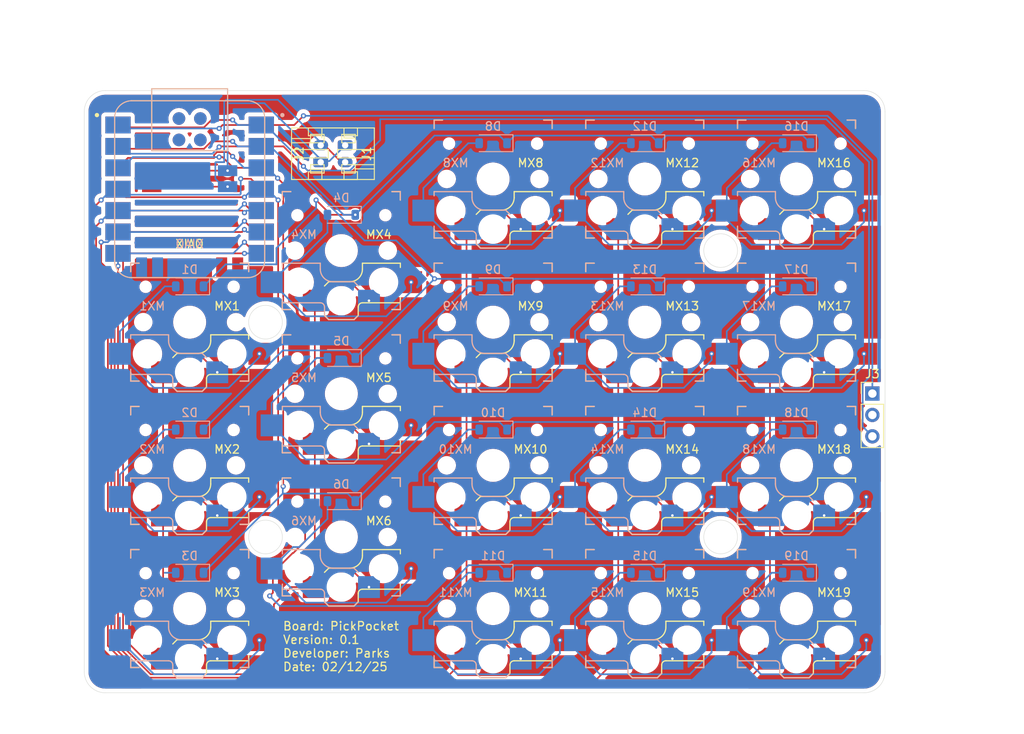
<source format=kicad_pcb>
(kicad_pcb (version 20240108) (generator "pcbnew") (generator_version "8.0")
  (layers (0 "F.Cu" signal) (31 "B.Cu" signal) (34 "B.Paste" user) (35 "F.Paste" user) (36 "B.SilkS" user "B.Silkscreen") (37 "F.SilkS" user "F.Silkscreen") (38 "B.Mask" user) (39 "F.Mask" user) (44 "Edge.Cuts" user))
  (net 0 "")
  (net 1 "Net-(D1-A)")
  (net 2 "/Row0")
  (net 3 "Net-(D2-A)")
  (net 4 "/Row1")
  (net 5 "Net-(D3-A)")
  (net 6 "/Row2")
  (net 7 "Net-(D4-A)")
  (net 8 "Net-(D5-A)")
  (net 9 "Net-(D6-A)")
  (net 10 "Net-(D8-A)")
  (net 11 "Net-(D9-A)")
  (net 12 "Net-(D10-A)")
  (net 14 "Net-(D11-A)")
  (net 15 "Net-(D12-A)")
  (net 16 "Net-(D13-A)")
  (net 17 "Net-(D14-A)")
  (net 18 "Net-(D15-A)")
  (net 19 "Net-(D16-A)")
  (net 20 "Net-(D17-A)")
  (net 21 "Net-(D18-A)")
  (net 22 "Net-(D19-A)")
  (net 23 "+5V")
  (net 24 "GND")
  (net 25 "/Bat-")
  (net 26 "/Bat+")
  (net 27 "/Col0")
  (net 28 "/Col1")
  (net 29 "/Col2")
  (net 30 "/Col3")
  (net 31 "/Col4")
  (net 36 "/Row3")
  (net 39 "/temp1")
  (net 40 "/temp2")
  (net 41 "+3.3V")
  (footprint "Connector_PinHeader_2.54mm:PinHeader_1x03_P2.54mm_Vertical" (layer "F.Cu") (at 117 59.475)
    (property "Reference" "J3")
    (property "Value" "Conn_01x03")
  )
  (footprint "keyswitches:Kailh_socket_PG1350_reversible" (layer "F.Cu") (at 54 59.5)
    (property "Reference" "MX5")
    (property "Value" "MX-NoLED")
  )
  (footprint "keyswitches:Kailh_socket_PG1350_reversible" (layer "F.Cu") (at 90 85)
    (property "Reference" "MX15")
    (property "Value" "MX-NoLED")
  )
  (footprint "keyswitches:Kailh_socket_PG1350_reversible" (layer "F.Cu") (at 36 68)
    (property "Reference" "MX2")
    (property "Value" "MX-NoLED")
  )
  (footprint "Seeed Studio XIAO Series Library:XIAO-nRF52840-Sense-14P-2.54-21X17.8MM" (layer "F.Cu") (at 36 35.212015)
    (property "Reference" "U2" (hide yes))
    (property "Value" "Seeed Studio XIAO nRF52840" (hide yes))
  )
  (footprint "keyswitches:Kailh_socket_PG1350_reversible" (layer "F.Cu") (at 72 68)
    (property "Reference" "MX10")
    (property "Value" "MX-NoLED")
  )
  (footprint "keyswitches:Kailh_socket_PG1350_reversible" (layer "F.Cu") (at 72 34)
    (property "Reference" "MX8")
    (property "Value" "MX-NoLED")
  )
  (footprint "Connector_JST:JST_PH_S2B-PH-K_1x02_P2.00mm_Horizontal" (layer "F.Cu") (at 54.45 30 -90)
    (property "Reference" "J1")
    (property "Value" "Conn_01x02")
  )
  (footprint "keyswitches:Kailh_socket_PG1350_reversible" (layer "F.Cu") (at 90 51)
    (property "Reference" "MX13")
    (property "Value" "MX-NoLED")
  )
  (footprint "keyswitches:Kailh_socket_PG1350_reversible" (layer "F.Cu") (at 36 51)
    (property "Reference" "MX1")
    (property "Value" "MX-NoLED")
  )
  (footprint "keyswitches:Kailh_socket_PG1350_reversible" (layer "F.Cu") (at 54 76.5)
    (property "Reference" "MX6")
    (property "Value" "MX-NoLED")
  )
  (footprint "keyswitches:Kailh_socket_PG1350_reversible" (layer "F.Cu") (at 108 68)
    (property "Reference" "MX18")
    (property "Value" "MX-NoLED")
  )
  (footprint "keyswitches:Kailh_socket_PG1350_reversible" (layer "F.Cu") (at 90 68)
    (property "Reference" "MX14")
    (property "Value" "MX-NoLED")
  )
  (footprint "keyswitches:Kailh_socket_PG1350_reversible" (layer "F.Cu") (at 72 51)
    (property "Reference" "MX9")
    (property "Value" "MX-NoLED")
  )
  (footprint "keyswitches:Kailh_socket_PG1350_reversible" (layer "F.Cu") (at 72 85)
    (property "Reference" "MX11")
    (property "Value" "MX-NoLED")
  )
  (footprint "keyswitches:Kailh_socket_PG1350_reversible" (layer "F.Cu") (at 108 34)
    (property "Reference" "MX16")
    (property "Value" "MX-NoLED")
  )
  (footprint "keyswitches:Kailh_socket_PG1350_reversible" (layer "F.Cu") (at 36 85)
    (property "Reference" "MX3")
    (property "Value" "MX-NoLED")
  )
  (footprint "keyswitches:Kailh_socket_PG1350_reversible" (layer "F.Cu") (at 90 34)
    (property "Reference" "MX12")
    (property "Value" "MX-NoLED")
  )
  (footprint "keyswitches:Kailh_socket_PG1350_reversible" (layer "F.Cu") (at 54 42.5)
    (property "Reference" "MX4")
    (property "Value" "MX-NoLED")
  )
  (footprint "keyswitches:Kailh_socket_PG1350_reversible" (layer "F.Cu") (at 108 51)
    (property "Reference" "MX17")
    (property "Value" "MX-NoLED")
  )
  (footprint "keyswitches:Kailh_socket_PG1350_reversible" (layer "F.Cu") (at 108 85)
    (property "Reference" "MX19")
    (property "Value" "MX-NoLED")
  )
  (footprint "Connector_JST:JST_PH_S2B-PH-K_1x02_P2.00mm_Horizontal" (layer "F.Cu") (at 51.55 32 90)
    (property "Reference" "J2")
    (property "Value" "Conn_01x02")
  )
  (footprint "Diode_SMD:D_SOD-123" (layer "B.Cu") (at 72 80.75 180)
    (property "Reference" "D11")
    (property "Value" "D_Small")
  )
  (footprint "Diode_SMD:D_SOD-123" (layer "B.Cu") (at 72 63.75 180)
    (property "Reference" "D10")
    (property "Value" "D_Small")
  )
  (footprint "Diode_SMD:D_SOD-123" (layer "B.Cu") (at 36 63.75 180)
    (property "Reference" "D2")
    (property "Value" "D_Small")
  )
  (footprint "Diode_SMD:D_SOD-123" (layer "B.Cu") (at 90 46.75 180)
    (property "Reference" "D13")
    (property "Value" "D_Small")
  )
  (footprint "Diode_SMD:D_SOD-123" (layer "B.Cu") (at 108 80.75 180)
    (property "Reference" "D19")
    (property "Value" "D_Small")
  )
  (footprint "Seeed Studio XIAO Series Library:XIAO-nRF52840-Sense-14P-2.54-21X17.8MM" (layer "B.Cu") (at 36 35.212015 180)
    (property "Reference" "U1" (hide yes))
    (property "Value" "Seeed Studio XIAO nRF52840" (hide yes))
  )
  (footprint "Diode_SMD:D_SOD-123" (layer "B.Cu") (at 108 29.75 180)
    (property "Reference" "D16")
    (property "Value" "D_Small")
  )
  (footprint "Diode_SMD:D_SOD-123" (layer "B.Cu") (at 54 55.25 180)
    (property "Reference" "D5")
    (property "Value" "D_Small")
  )
  (footprint "Diode_SMD:D_SOD-123" (layer "B.Cu") (at 90 29.75 180)
    (property "Reference" "D12")
    (property "Value" "D_Small")
  )
  (footprint "Diode_SMD:D_SOD-123" (layer "B.Cu") (at 90 80.75 180)
    (property "Reference" "D15")
    (property "Value" "D_Small")
  )
  (footprint "Diode_SMD:D_SOD-123" (layer "B.Cu") (at 90 63.75 180)
    (property "Reference" "D14")
    (property "Value" "D_Small")
  )
  (footprint "Diode_SMD:D_SOD-123" (layer "B.Cu") (at 36 46.75 180)
    (property "Reference" "D1")
    (property "Value" "D_Small")
  )
  (footprint "Diode_SMD:D_SOD-123" (layer "B.Cu") (at 72 29.75 180)
    (property "Reference" "D8")
    (property "Value" "D_Small")
  )
  (footprint "Diode_SMD:D_SOD-123" (layer "B.Cu") (at 108 63.75 180)
    (property "Reference" "D18")
    (property "Value" "D_Small")
  )
  (footprint "Diode_SMD:D_SOD-123" (layer "B.Cu") (at 54 72.25 180)
    (property "Reference" "D6")
    (property "Value" "D_Small")
  )
  (footprint "Diode_SMD:D_SOD-123" (layer "B.Cu") (at 54 38.25 180)
    (property "Reference" "D4")
    (property "Value" "D_Small")
  )
  (footprint "Diode_SMD:D_SOD-123" (layer "B.Cu") (at 36 80.75 180)
    (property "Reference" "D3")
    (property "Value" "D_Small")
  )
  (footprint "Diode_SMD:D_SOD-123" (layer "B.Cu") (at 72 46.75 180)
    (property "Reference" "D9")
    (property "Value" "D_Small")
  )
  (footprint "Diode_SMD:D_SOD-123" (layer "B.Cu") (at 108 46.75 180)
    (property "Reference" "D17")
    (property "Value" "D_Small")
  )
  (gr_arc (start 118.5 92.5) (mid 117.767767 94.267767) (end 116 95) (stroke (width 0.05)) (layer "Edge.Cuts"))
  (gr_circle (center 99 42.5) (end 101 42.5) (stroke (width 0.05)) (fill none) (layer "Edge.Cuts"))
  (gr_arc (start 116 23.5) (mid 117.767767 24.232233) (end 118.5 26) (stroke (width 0.05)) (layer "Edge.Cuts"))
  (gr_arc (start 26 95) (mid 24.232233 94.267767) (end 23.5 92.5) (stroke (width 0.05)) (layer "Edge.Cuts"))
  (gr_circle (center 45 51) (end 47 51) (stroke (width 0.05)) (fill none) (layer "Edge.Cuts"))
  (gr_line (start 116 23.5) (end 26 23.5) (stroke (width 0.05)) (layer "Edge.Cuts"))
  (gr_arc (start 23.5 26) (mid 24.232233 24.232233) (end 26 23.5) (stroke (width 0.05)) (layer "Edge.Cuts"))
  (gr_circle (center 99 76.5) (end 101 76.5) (stroke (width 0.05)) (fill none) (layer "Edge.Cuts"))
  (gr_circle (center 45 76.5) (end 47 76.5) (stroke (width 0.05)) (fill none) (layer "Edge.Cuts"))
  (gr_line (start 116 95) (end 26 95) (stroke (width 0.05)) (layer "Edge.Cuts"))
  (gr_line (start 23.5 92.5) (end 23.5 26) (stroke (width 0.05)) (layer "Edge.Cuts"))
  (gr_line (start 118.5 26) (end 118.5 92.5) (stroke (width 0.05)) (layer "Edge.Cuts"))
  (gr_text "Board: PickPocket\nVersion: 0.1\nDeveloper: Parks\nDate: 02/12/25" (at 47 92.5 0) (layer "F.SilkS") (effects (font (size 1 1)) (justify left bottom)))
  (via (at 44.275 54.75) (size 0.6) (drill 0.3) (layers "F.Cu" "B.Cu") (net 1))
  (segment (start 40.625 58.8) (end 44.275 55.15) (width 0.2) (layer "B.Cu") (net 1))
  (segment (start 27.725 52.076671) (end 33.051671 46.75) (width 0.2) (layer "B.Cu") (net 1))
  (segment (start 31.775 58.8) (end 40.625 58.8) (width 0.2) (layer "B.Cu") (net 1))
  (segment (start 33.051671 46.75) (end 34.35 46.75) (width 0.2) (layer "B.Cu") (net 1))
  (segment (start 44.275 55.15) (end 44.275 54.75) (width 0.2) (layer "B.Cu") (net 1))
  (segment (start 27.725 54.75) (end 27.725 52.076671) (width 0.2) (layer "B.Cu") (net 1))
  (segment (start 27.725 54.75) (end 31.775 58.8) (width 0.2) (layer "B.Cu") (net 1))
  (segment (start 38.584925 26.992015) (end 37.704925 27.872015) (width 0.2) (layer "F.Cu") (net 2))
  (segment (start 51 36.5) (end 52.75 38.25) (width 0.2) (layer "F.Cu") (net 2))
  (segment (start 37.704925 27.872015) (end 27.78 27.872015) (width 0.2) (layer "F.Cu") (net 2))
  (segment (start 27.78 27.872015) (end 27.5 27.592015) (width 0.2) (layer "F.Cu") (net 2))
  (segment (start 41.1 26.992015) (end 38.584925 26.992015) (width 0.2) (layer "F.Cu") (net 2))
  (segment (start 52.75 38.25) (end 55.65 38.25) (width 0.2) (layer "F.Cu") (net 2))
  (via (at 41.1 26.992015) (size 0.6) (drill 0.3) (layers "F.Cu" "B.Cu") (net 2))
  (via (at 55.65 38.25) (size 0.6) (drill 0.3) (layers "F.Cu" "B.Cu") (net 2))
  (via (at 51 36.5) (size 0.6) (drill 0.3) (layers "F.Cu" "B.Cu") (net 2))
  (segment (start 74.55 28.85) (end 73.65 29.75) (width 0.2) (layer "B.Cu") (net 2))
  (segment (start 46.3 44.132015) (end 46.3 42.2) (width 0.2) (layer "B.Cu") (net 2))
  (segment (start 46.3 42.2) (end 51 37.5) (width 0.2) (layer "B.Cu") (net 2))
  (segment (start 48.9 31.492015) (end 48.9 32.885618) (width 0.2) (layer "B.Cu") (net 2))
  (segment (start 44.5 27.592015) (end 41.7 27.592015) (width 0.2) (layer "B.Cu") (net 2))
  (segment (start 41.7 27.592015) (end 41.1 26.992015) (width 0.2) (layer "B.Cu") (net 2))
  (segment (start 65.05 28.85) (end 55.65 38.25) (width 0.2) (layer "B.Cu") (net 2))
  (segment (start 44.5 27.592015) (end 45 27.592015) (width 0.2) (layer "B.Cu") (net 2))
  (segment (start 108.75 28.85) (end 92.55 28.85) (width 0.2) (layer "B.Cu") (net 2))
  (segment (start 54.264382 38.25) (end 55.65 38.25) (width 0.2) (layer "B.Cu") (net 2))
  (segment (start 48.9 32.885618) (end 54.264382 38.25) (width 0.2) (layer "B.Cu") (net 2))
  (segment (start 92.55 28.85) (end 91.65 29.75) (width 0.2) (layer "B.Cu") (net 2))
  (segment (start 90.75 28.85) (end 74.55 28.85) (width 0.2) (layer "B.Cu") (net 2))
  (segment (start 37.65 46.75) (end 40.267985 44.132015) (width 0.2) (layer "B.Cu") (net 2))
  (segment (start 40.267985 44.132015) (end 46.3 44.132015) (width 0.2) (layer "B.Cu") (net 2))
  (segment (start 72.75 28.85) (end 65.05 28.85) (width 0.2) (layer "B.Cu") (net 2))
  (segment (start 91.65 29.75) (end 90.75 28.85) (width 0.2) (layer "B.Cu") (net 2))
  (segment (start 109.65 29.75) (end 108.75 28.85) (width 0.2) (layer "B.Cu") (net 2))
  (segment (start 51 37.5) (end 51 36.5) (width 0.2) (layer "B.Cu") (net 2))
  (segment (start 45 27.592015) (end 48.9 31.492015) (width 0.2) (layer "B.Cu") (net 2))
  (segment (start 73.65 29.75) (end 72.75 28.85) (width 0.2) (layer "B.Cu") (net 2))
  (via (at 44.275 71.75) (size 0.6) (drill 0.3) (layers "F.Cu" "B.Cu") (net 3))
  (segment (start 44.275 72.15) (end 44.275 71.75) (width 0.2) (layer "B.Cu") (net 3))
  (segment (start 31.775 75.8) (end 40.625 75.8) (width 0.2) (layer "B.Cu") (net 3))
  (segment (start 33.051671 63.75) (end 34.35 63.75) (width 0.2) (layer "B.Cu") (net 3))
  (segment (start 40.625 75.8) (end 44.275 72.15) (width 0.2) (layer "B.Cu") (net 3))
  (segment (start 27.725 69.076671) (end 33.051671 63.75) (width 0.2) (layer "B.Cu") (net 3))
  (segment (start 27.725 71.75) (end 27.725 69.076671) (width 0.2) (layer "B.Cu") (net 3))
  (segment (start 27.725 71.75) (end 31.775 75.8) (width 0.2) (layer "B.Cu") (net 3))
  (segment (start 27.78 30.412015) (end 27.5 30.132015) (width 0.2) (layer "F.Cu") (net 4))
  (segment (start 37.704925 30.412015) (end 27.78 30.412015) (width 0.2) (layer "F.Cu") (net 4))
  (segment (start 38.584925 29.532015) (end 37.704925 30.412015) (width 0.2) (layer "F.Cu") (net 4))
  (segment (start 41.1 29.532015) (end 38.584925 29.532015) (width 0.2) (layer "F.Cu") (net 4))
  (via (at 41.1 29.532015) (size 0.6) (drill 0.3) (layers "F.Cu" "B.Cu") (net 4))
  (via (at 65.05 45.85) (size 0.6) (drill 0.3) (layers "F.Cu" "B.Cu") (net 4))
  (segment (start 44.5 30.132015) (end 41.7 30.132015) (width 0.2) (layer "B.Cu") (net 4))
  (segment (start 44.5 30.132015) (end 45.580711 30.132015) (width 0.2) (layer "B.Cu") (net 4))
  (segment (start 90.75 45.85) (end 74.55 45.85) (width 0.2) (layer "B.Cu") (net 4))
  (segment (start 47.05 54.35) (end 54.75 54.35) (width 0.2) (layer "B.Cu") (net 4))
  (segment (start 37.65 63.75) (end 47.05 54.35) (width 0.2) (layer "B.Cu") (net 4))
  (segment (start 108.75 45.85) (end 92.55 45.85) (width 0.2) (layer "B.Cu") (net 4))
  (segment (start 91.65 46.75) (end 90.75 45.85) (width 0.2) (layer "B.Cu") (net 4))
  (segment (start 109.65 46.75) (end 108.75 45.85) (width 0.2) (layer "B.Cu") (net 4))
  (segment (start 72.75 45.85) (end 65.05 45.85) (width 0.2) (layer "B.Cu") (net 4))
  (segment (start 56.747796 41.2991) (end 60.4991 41.2991) (width 0.2) (layer "B.Cu") (net 4))
  (segment (start 54.75 54.35) (end 55.65 55.25) (width 0.2) (layer "B.Cu") (net 4))
  (segment (start 60.4991 41.2991) (end 65.05 45.85) (width 0.2) (layer "B.Cu") (net 4))
  (segment (start 92.55 45.85) (end 91.65 46.75) (width 0.2) (layer "B.Cu") (net 4))
  (segment (start 41.7 30.132015) (end 41.1 29.532015) (width 0.2) (layer "B.Cu") (net 4))
  (segment (start 73.65 46.75) (end 72.75 45.85) (width 0.2) (layer "B.Cu") (net 4))
  (segment (start 74.55 45.85) (end 73.65 46.75) (width 0.2) (layer "B.Cu") (net 4))
  (segment (start 45.580711 30.132015) (end 56.747796 41.2991) (width 0.2) (layer "B.Cu") (net 4))
  (segment (start 65.05 45.85) (end 55.65 55.25) (width 0.2) (layer "B.Cu") (net 4))
  (via (at 44.275 88.75) (size 0.6) (drill 0.3) (layers "F.Cu" "B.Cu") (net 5))
  (segment (start 27.725 88.75) (end 27.725 86.076671) (width 0.2) (layer "B.Cu") (net 5))
  (segment (start 31.775 92.8) (end 41.325 92.8) (width 0.2) (layer "B.Cu") (net 5))
  (segment (start 27.725 88.75) (end 31.775 92.8) (width 0.2) (layer "B.Cu") (net 5))
  (segment (start 44.275 89.85) (end 44.275 88.75) (width 0.2) (layer "B.Cu") (net 5))
  (segment (start 33.051671 80.75) (end 34.35 80.75) (width 0.2) (layer "B.Cu") (net 5))
  (segment (start 41.325 92.8) (end 44.275 89.85) (width 0.2) (layer "B.Cu") (net 5))
  (segment (start 47.1 48.844491) (end 47.1 34.562974) (width 0.2) (layer "F.Cu") (net 6))
  (segment (start 41.1 31.325735) (end 40.574265 30.8) (width 0.2) (layer "F.Cu") (net 6))
  (segment (start 47.1 70.5) (end 47.1 53.315686) (width 0.2) (layer "F.Cu") (net 6))
  (segment (start 48.001681 52.414005) (end 48.001681 49.746171) (width 0.2) (layer "F.Cu") (net 6))
  (segment (start 28.672015 31.5) (end 27.5 32.672015) (width 0.2) (layer "F.Cu") (net 6))
  (segment (start 39.251471 30.8) (end 38.9 31.151471) (width 0.2) (layer "F.Cu") (net 6))
  (segment (start 48.001681 49.746171) (end 47.767366 49.511857) (width 0.2) (layer "F.Cu") (net 6))
  (segment (start 47.1 53.315686) (end 48.001681 52.414005) (width 0.2) (layer "F.Cu") (net 6))
  (segment (start 40.574265 30.8) (end 39.251471 30.8) (width 0.2) (layer "F.Cu") (net 6))
  (segment (start 47.1 34.562974) (end 46.442272 33.905246) (width 0.2) (layer "F.Cu") (net 6))
  (segment (start 38.9 31.151471) (end 38.9 31.5) (width 0.2) (layer "F.Cu") (net 6))
  (segment (start 47.767366 49.511857) (end 47.1 48.844491) (width 0.2) (layer "F.Cu") (net 6))
  (segment (start 38.9 31.5) (end 28.672015 31.5) (width 0.2) (layer "F.Cu") (net 6))
  (via (at 46.442272 33.905246) (size 0.6) (drill 0.3) (layers "F.Cu" "B.Cu") (net 6))
  (via (at 47.1 70.5) (size 0.6) (drill 0.3) (layers "F.Cu" "B.Cu") (net 6))
  (via (at 41.1 31.325735) (size 0.6) (drill 0.3) (layers "F.Cu" "B.Cu") (net 6))
  (segment (start 37.65 80.75) (end 47.05 71.35) (width 0.2) (layer "B.Cu") (net 6))
  (segment (start 47.05 71.35) (end 54.75 71.35) (width 0.2) (layer "B.Cu") (net 6))
  (segment (start 42.44628 32.672015) (end 41.1 31.325735) (width 0.2) (layer "B.Cu") (net 6))
  (segment (start 72.75 62.85) (end 73.65 63.75) (width 0.2) (layer "B.Cu") (net 6))
  (segment (start 108.75 62.85) (end 109.65 63.75) (width 0.2) (layer "B.Cu") (net 6))
  (segment (start 90.75 62.85) (end 91.65 63.75) (width 0.2) (layer "B.Cu") (net 6))
  (segment (start 54.75 71.35) (end 55.65 72.25) (width 0.2) (layer "B.Cu") (net 6))
  (segment (start 92.55 62.85) (end 108.75 62.85) (width 0.2) (layer "B.Cu") (net 6))
  (segment (start 91.65 63.75) (end 92.55 62.85) (width 0.2) (layer "B.Cu") (net 6))
  (segment (start 55.65 72.25) (end 65.05 62.85) (width 0.2) (layer "B.Cu") (net 6))
  (segment (start 46.442272 33.905246) (end 45.209041 32.672015) (width 0.2) (layer "B.Cu") (net 6))
  (segment (start 65.05 62.85) (end 72.75 62.85) (width 0.2) (layer "B.Cu") (net 6))
  (segment (start 73.65 63.75) (end 74.55 62.85) (width 0.2) (layer "B.Cu") (net 6))
  (segment (start 47.05 71.35) (end 47.05 70.55) (width 0.2) (layer "B.Cu") (net 6))
  (segment (start 47.05 70.55) (end 47.1 70.5) (width 0.2) (layer "B.Cu") (net 6))
  (segment (start 45.209041 32.672015) (end 44.5 32.672015) (width 0.2) (layer "B.Cu") (net 6))
  (segment (start 44.5 32.672015) (end 42.44628 32.672015) (width 0.2) (layer "B.Cu") (net 6))
  (segment (start 74.55 62.85) (end 90.75 62.85) (width 0.2) (layer "B.Cu") (net 6))
  (via (at 62.275 46.25) (size 0.6) (drill 0.3) (layers "F.Cu" "B.Cu") (net 7))
  (segment (start 45.725 46.25) (end 48.2741 43.7009) (width 0.2) (layer "B.Cu") (net 7))
  (segment (start 49.775 50.3) (end 59.325 50.3) (width 0.2) (layer "B.Cu") (net 7))
  (segment (start 59.325 50.3) (end 62.275 47.35) (width 0.2) (layer "B.Cu") (net 7))
  (segment (start 62.275 47.35) (end 62.275 46.25) (width 0.2) (layer "B.Cu") (net 7))
  (segment (start 48.2741 43.7009) (end 48.997429 43.7009) (width 0.2) (layer "B.Cu") (net 7))
  (segment (start 45.725 46.25) (end 49.775 50.3) (width 0.2) (layer "B.Cu") (net 7))
  (segment (start 52.35 40.348329) (end 52.35 38.25) (width 0.2) (layer "B.Cu") (net 7))
  (segment (start 48.997429 43.7009) (end 52.35 40.348329) (width 0.2) (layer "B.Cu") (net 7))
  (via (at 62.275 63.25) (size 0.6) (drill 0.3) (layers "F.Cu" "B.Cu") (net 8))
  (segment (start 49.775 67.3) (end 59.325 67.3) (width 0.2) (layer "B.Cu") (net 8))
  (segment (start 59.325 67.3) (end 62.275 64.35) (width 0.2) (layer "B.Cu") (net 8))
  (segment (start 62.275 64.35) (end 62.275 63.25) (width 0.2) (layer "B.Cu") (net 8))
  (segment (start 45.725 63.25) (end 45.725 60.576671) (width 0.2) (layer "B.Cu") (net 8))
  (segment (start 45.725 63.25) (end 49.775 67.3) (width 0.2) (layer "B.Cu") (net 8))
  (segment (start 45.725 60.576671) (end 51.051671 55.25) (width 0.2) (layer "B.Cu") (net 8))
  (segment (start 51.051671 55.25) (end 52.35 55.25) (width 0.2) (layer "B.Cu") (net 8))
  (via (at 62.275 80.25) (size 0.6) (drill 0.3) (layers "F.Cu" "B.Cu") (net 9))
  (segment (start 59.325 84.3) (end 62.275 81.35) (width 0.2) (layer "B.Cu") (net 9))
  (segment (start 49.775 84.3) (end 59.325 84.3) (width 0.2) (layer "B.Cu") (net 9))
  (segment (start 48.2741 77.7009) (end 48.997429 77.7009) (width 0.2) (layer "B.Cu") (net 9))
  (segment (start 48.997429 77.7009) (end 52.35 74.348329) (width 0.2) (layer "B.Cu") (net 9))
  (segment (start 45.725 80.25) (end 49.775 84.3) (width 0.2) (layer "B.Cu") (net 9))
  (segment (start 45.725 80.25) (end 48.2741 77.7009) (width 0.2) (layer "B.Cu") (net 9))
  (segment (start 62.275 81.35) (end 62.275 80.25) (width 0.2) (layer "B.Cu") (net 9))
  (segment (start 52.35 74.348329) (end 52.35 72.25) (width 0.2) (layer "B.Cu") (net 9))
  (via (at 79.924998 37.75) (size 0.6) (drill 0.3) (layers "F.Cu" "B.Cu") (net 10))
  (segment (start 63.725 37.75) (end 67.775 41.8) (width 0.2) (layer "B.Cu") (net 10))
  (segment (start 79.924998 38.450002) (end 79.924998 37.75) (width 0.2) (layer "B.Cu") (net 10))
  (segment (start 76.575 41.8) (end 79.924998 38.450002) (width 0.2) (layer "B.Cu") (net 10))
  (segment (start 63.725 35.076671) (end 69.051671 29.75) (width 0.2) (layer "B.Cu") (net 10))
  (segment (start 69.051671 29.75) (end 70.35 29.75) (width 0.2) (layer "B.Cu") (net 10))
  (segment (start 63.725 37.75) (end 63.725 35.076671) (width 0.2) (layer "B.Cu") (net 10))
  (segment (start 67.775 41.8) (end 76.575 41.8) (width 0.2) (layer "B.Cu") (net 10))
  (via (at 79.924998 54.75) (size 0.6) (drill 0.3) (layers "F.Cu" "B.Cu") (net 11))
  (segment (start 77.325 58.8) (end 79.924998 56.200002) (width 0.2) (layer "B.Cu") (net 11))
  (segment (start 63.725 54.75) (end 63.725 52.076671) (width 0.2) (layer "B.Cu") (net 11))
  (segment (start 69.051671 46.75) (end 70.35 46.75) (width 0.2) (layer "B.Cu") (net 11))
  (segment (start 63.725 54.75) (end 67.775 58.8) (width 0.2) (layer "B.Cu") (net 11))
  (segment (start 67.775 58.8) (end 77.325 58.8) (width 0.2) (layer "B.Cu") (net 11))
  (segment (start 79.924998 56.200002) (end 79.924998 54.75) (width 0.2) (layer "B.Cu") (net 11))
  (segment (start 63.725 52.076671) (end 69.051671 46.75) (width 0.2) (layer "B.Cu") (net 11))
  (via (at 79.924998 71.75) (size 0.6) (drill 0.3) (layers "F.Cu" "B.Cu") (net 12))
  (segment (start 76.625 75.8) (end 79.924998 72.500002) (width 0.2) (layer "B.Cu") (net 12))
  (segment (start 63.725 69.076671) (end 69.051671 63.75) (width 0.2) (layer "B.Cu") (net 12))
  (segment (start 63.725 71.75) (end 67.775 75.8) (width 0.2) (layer "B.Cu") (net 12))
  (segment (start 67.775 75.8) (end 76.625 75.8) (width 0.2) (layer "B.Cu") (net 12))
  (segment (start 79.924998 72.500002) (end 79.924998 71.75) (width 0.2) (layer "B.Cu") (net 12))
  (segment (start 63.725 71.75) (end 63.725 69.076671) (width 0.2) (layer "B.Cu") (net 12))
  (segment (start 69.051671 63.75) (end 70.35 63.75) (width 0.2) (layer "B.Cu") (net 12))
  (via (at 79.924998 88.75) (size 0.6) (drill 0.3) (layers "F.Cu" "B.Cu") (net 14))
  (segment (start 67.775 92.8) (end 77.45 92.8) (width 0.2) (layer "B.Cu") (net 14))
  (segment (start 69.051671 80.75) (end 70.35 80.75) (width 0.2) (layer "B.Cu") (net 14))
  (segment (start 63.725 86.076671) (end 69.051671 80.75) (width 0.2) (layer "B.Cu") (net 14))
  (segment (start 79.924998 90.325002) (end 79.924998 88.75) (width 0.2) (layer "B.Cu") (net 14))
  (segment (start 63.725 88.75) (end 67.775 92.8) (width 0.2) (layer "B.Cu") (net 14))
  (segment (start 77.45 92.8) (end 79.924998 90.325002) (width 0.2) (layer "B.Cu") (net 14))
  (segment (start 63.725 88.75) (end 63.725 86.076671) (width 0.2) (layer "B.Cu") (net 14))
  (via (at 97.924998 37.75) (size 0.6) (drill 0.3) (layers "F.Cu" "B.Cu") (net 15))
  (segment (start 87.051671 29.75) (end 88.35 29.75) (width 0.2) (layer "B.Cu") (net 15))
  (segment (start 85.775 41.8) (end 94.575 41.8) (width 0.2) (layer "B.Cu") (net 15))
  (segment (start 81.725 37.75) (end 81.725 35.076671) (width 0.2) (layer "B.Cu") (net 15))
  (segment (start 81.725 37.75) (end 85.775 41.8) (width 0.2) (layer "B.Cu") (net 15))
  (segment (start 94.575 41.8) (end 97.924998 38.450002) (width 0.2) (layer "B.Cu") (net 15))
  (segment (start 97.924998 38.450002) (end 97.924998 37.75) (width 0.2) (layer "B.Cu") (net 15))
  (segment (start 81.725 35.076671) (end 87.051671 29.75) (width 0.2) (layer "B.Cu") (net 15))
  (via (at 97.924998 54.75) (size 0.6) (drill 0.3) (layers "F.Cu" "B.Cu") (net 16))
  (segment (start 81.725 52.076671) (end 87.051671 46.75) (width 0.2) (layer "B.Cu") (net 16))
  (segment (start 94.625 58.8) (end 97.924998 55.500002) (width 0.2) (layer "B.Cu") (net 16))
  (segment (start 81.725 54.75) (end 81.725 52.076671) (width 0.2) (layer "B.Cu") (net 16))
  (segment (start 87.051671 46.75) (end 88.35 46.75) (width 0.2) (layer "B.Cu") (net 16))
  (segment (start 97.924998 55.500002) (end 97.924998 54.75) (width 0.2) (layer "B.Cu") (net 16))
  (segment (start 81.725 54.75) (end 85.775 58.8) (width 0.2) (layer "B.Cu") (net 16))
  (segment (start 85.775 58.8) (end 94.625 58.8) (width 0.2) (layer "B.Cu") (net 16))
  (via (at 97.924998 71.75) (size 0.6) (drill 0.3) (layers "F.Cu" "B.Cu") (net 17))
  (segment (start 81.725 71.75) (end 81.725 69.076671) (width 0.2) (layer "B.Cu") (net 17))
  (segment (start 81.725 71.75) (end 85.775 75.8) (width 0.2) (layer "B.Cu") (net 17))
  (segment (start 97.924998 72.500002) (end 97.924998 71.75) (width 0.2) (layer "B.Cu") (net 17))
  (segment (start 85.775 75.8) (end 94.625 75.8) (width 0.2) (layer "B.Cu") (net 17))
  (segment (start 87.051671 63.75) (end 88.35 63.75) (width 0.2) (layer "B.Cu") (net 17))
  (segment (start 81.725 69.076671) (end 87.051671 63.75) (width 0.2) (layer "B.Cu") (net 17))
  (segment (start 94.625 75.8) (end 97.924998 72.500002) (width 0.2) (layer "B.Cu") (net 17))
  (via (at 97.924998 88.75) (size 0.6) (drill 0.3) (layers "F.Cu" "B.Cu") (net 18))
  (segment (start 87.051671 80.75) (end 88.35 80.75) (width 0.2) (layer "B.Cu") (net 18))
  (segment (start 81.725 89.85) (end 84.675 92.8) (width 0.2) (layer "B.Cu") (net 18))
  (segment (start 81.725 88.75) (end 81.725 89.85) (width 0.2) (layer "B.Cu") (net 18))
  (segment (start 95.325 92.8) (end 97.924998 90.200002) (width 0.2) (layer "B.Cu") (net 18))
  (segment (start 84.675 92.8) (end 95.325 92.8) (width 0.2) (layer "B.Cu") (net 18))
  (segment (start 81.725 88.75) (end 81.725 86.076671) (width 0.2) (layer "B.Cu") (net 18))
  (segment (start 81.725 86.076671) (end 87.051671 80.75) (width 0.2) (layer "B.Cu") (net 18))
  (segment (start 97.924998 90.200002) (end 97.924998 88.75) (width 0.2) (layer "B.Cu") (net 18))
  (via (at 116 37.75) (size 0.6) (drill 0.3) (layers "F.Cu" "B.Cu") (net 19))
  (segment (start 105.051671 29.75) (end 106.35 29.75) (width 0.2) (layer "B.Cu") (net 19))
  (segment (start 99.725 38.85) (end 102.675 41.8) (width 0.2) (layer "B.Cu") (net 19))
  (segment (start 116 39.125) (end 116 37.75) (width 0.2) (layer "B.Cu") (net 19))
  (segment (start 99.725 35.076671) (end 105.051671 29.75) (width 0.2) (layer "B.Cu") (net 19))
  (segment (start 113.325 41.8) (end 116 39.125) (width 0.2) (layer "B.Cu") (net 19))
  (segment (start 99.725 37.75) (end 99.725 35.076671) (width 0.2) (layer "B.Cu") (net 19))
  (segment (start 102.675 41.8) (end 113.325 41.8) (width 0.2) (layer "B.Cu") (net 19))
  (segment (start 99.725 37.75) (end 99.725 38.85) (width 0.2) (layer "B.Cu") (net 19))
  (via (at 116 54.75) (size 0.6) (drill 0.3) (layers "F.Cu" "B.Cu") (net 20))
  (segment (start 99.725 52.076671) (end 105.051671 46.75) (width 0.2) (layer "B.Cu") (net 20))
  (segment (start 99.725 54.75) (end 99.725 55.85) (width 0.2) (layer "B.Cu") (net 20))
  (segment (start 99.725 54.75) (end 99.725 52.076671) (width 0.2) (layer "B.Cu") (net 20))
  (segment (start 102.675 58.8) (end 113.325 58.8) (width 0.2) (layer "B.Cu") (net 20))
  (segment (start 105.051671 46.75) (end 106.35 46.75) (width 0.2) (layer "B.Cu") (net 20))
  (segment (start 116 56.125) (end 116 54.75) (width 0.2) (layer "B.Cu") (net 20))
  (segment (start 113.325 58.8) (end 116 56.125) (width 0.2) (layer "B.Cu") (net 20))
  (segment (start 99.725 55.85) (end 102.675 58.8) (width 0.2) (layer "B.Cu") (net 20))
  (via (at 116.275 71.75) (size 0.6) (drill 0.3) (layers "F.Cu" "B.Cu") (net 21))
  (segment (start 116.275 72.85) (end 116.275 71.75) (width 0.2) (layer "B.Cu") (net 21))
  (segment (start 105.051671 63.75) (end 106.35 63.75) (width 0.2) (layer "B.Cu") (net 21))
  (segment (start 99.725 71.75) (end 99.725 69.076671) (width 0.2) (layer "B.Cu") (net 21))
  (segment (start 99.725 71.75) (end 99.725 72.85) (width 0.2) (layer "B.Cu") (net 21))
  (segment (start 102.675 75.8) (end 113.325 75.8) (width 0.2) (layer "B.Cu") (net 21))
  (segment (start 99.725 72.85) (end 102.675 75.8) (width 0.2) (layer "B.Cu") (net 21))
  (segment (start 113.325 75.8) (end 116.275 72.85) (width 0.2) (layer "B.Cu") (net 21))
  (segment (start 99.725 69.076671) (end 105.051671 63.75) (width 0.2) (layer "B.Cu") (net 21))
  (via (at 116.275 88.75) (size 0.6) (drill 0.3) (layers "F.Cu" "B.Cu") (net 22))
  (segment (start 99.725 86.076671) (end 105.051671 80.75) (width 0.2) (layer "B.Cu") (net 22))
  (segment (start 103.775 92.8) (end 113.325 92.8) (width 0.2) (layer "B.Cu") (net 22))
  (segment (start 116.275 89.85) (end 116.275 88.75) (width 0.2) (layer "B.Cu") (net 22))
  (segment (start 99.725 88.75) (end 103.775 92.8) (width 0.2) (layer "B.Cu") (net 22))
  (segment (start 105.051671 80.75) (end 106.35 80.75) (width 0.2) (layer "B.Cu") (net 22))
  (segment (start 99.725 88.75) (end 99.725 86.076671) (width 0.2) (layer "B.Cu") (net 22))
  (segment (start 113.325 92.8) (end 116.275 89.85) (width 0.2) (layer "B.Cu") (net 22))
  (segment (start 39.907985 27.592015) (end 44.5 27.592015) (width 0.2) (layer "F.Cu") (net 23))
  (segment (start 48.407985 27.592015) (end 44.5 27.592015) (width 0.2) (layer "F.Cu") (net 23))
  (segment (start 49.5 26.5) (end 49.38 26.38) (width 0.2) (layer "F.Cu") (net 23))
  (segment (start 49.5 26.5) (end 48.407985 27.592015) (width 0.2) (layer "F.Cu") (net 23))
  (segment (start 39.5 28) (end 39.907985 27.592015) (width 0.2) (layer "F.Cu") (net 23))
  (via (at 49.5 26.5) (size 0.6) (drill 0.3) (layers "F.Cu" "B.Cu") (net 23))
  (via (at 39.5 28) (size 0.6) (drill 0.3) (layers "F.Cu" "B.Cu") (net 23))
  (segment (start 117 31.818879) (end 117 59.46) (width 0.2) (layer "B.Cu") (net 23))
  (segment (start 49.5 26.5) (end 111.681121 26.5) (width 0.2) (layer "B.Cu") (net 23))
  (segment (start 27.907985 28) (end 39.5 28) (width 0.2) (layer "B.Cu") (net 23))
  (segment (start 111.681121 26.5) (end 117 31.818879) (width 0.2) (layer "B.Cu") (net 23))
  (segment (start 27.5 27.592015) (end 27.907985 28) (width 0.2) (layer "B.Cu") (net 23))
  (segment (start 39.5 30.2) (end 39.567985 30.132015) (width 0.2) (layer "F.Cu") (net 24))
  (segment (start 47.132015 30.132015) (end 44.5 30.132015) (width 0.2) (layer "F.Cu") (net 24))
  (segment (start 39.567985 30.132015) (end 44.5 30.132015) (width 0.2) (layer "F.Cu") (net 24))
  (segment (start 49.5 32.5) (end 47.132015 30.132015) (width 0.2) (layer "F.Cu") (net 24))
  (via (at 49.5 32.5) (size 0.6) (drill 0.3) (layers "F.Cu" "B.Cu") (net 24))
  (via (at 39.5 30.2) (size 0.6) (drill 0.3) (layers "F.Cu" "B.Cu") (net 24))
  (segment (start 28.367985 31) (end 38.5 31) (width 0.2) (layer "B.Cu") (net 24))
  (segment (start 38.5 31) (end 38.7 31) (width 0.2) (layer "B.Cu") (net 24))
  (segment (start 115.85 58.31) (end 115.85 63.39) (width 0.2) (layer "B.Cu") (net 24))
  (segment (start 50 33) (end 49.5 32.5) (width 0.2) (layer "B.Cu") (net 24))
  (segment (start 58.6 26.9) (end 111.515435 26.9) (width 0.2) (layer "B.Cu") (net 24))
  (segment (start 54.997792 33) (end 50 33) (width 0.2) (layer "B.Cu") (net 24))
  (segment (start 116.6 31.984565) (end 116.6 57.56) (width 0.2) (layer "B.Cu") (net 24))
  (segment (start 115.85 63.39) (end 117 64.54) (width 0.2) (layer "B.Cu") (net 24))
  (segment (start 58.6 26.9) (end 58.6 29.397792) (width 0.2) (layer "B.Cu") (net 24))
  (segment (start 38.7 31) (end 39.5 30.2) (width 0.2) (layer "B.Cu") (net 24))
  (segment (start 116.6 57.56) (end 115.85 58.31) (width 0.2) (layer "B.Cu") (net 24))
  (segment (start 111.515435 26.9) (end 116.6 31.984565) (width 0.2) (layer "B.Cu") (net 24))
  (segment (start 58.6 29.397792) (end 54.997792 33) (width 0.2) (layer "B.Cu") (net 24))
  (segment (start 27.5 30.132015) (end 28.367985 31) (width 0.2) (layer "B.Cu") (net 24))
  (segment (start 31.5 33.012015) (end 40.5 33.012015) (width 0.2) (layer "F.Cu") (net 25))
  (via (at 40.5 33.012015) (size 0.6) (drill 0.3) (layers "F.Cu" "B.Cu") (net 25))
  (segment (start 52.575 31.875) (end 54.45 30) (width 0.2) (layer "B.Cu") (net 25))
  (segment (start 51.75 31.875) (end 52.575 31.875) (width 0.2) (layer "B.Cu") (net 25))
  (segment (start 40.5 25) (end 44.875 25) (width 0.2) (layer "B.Cu") (net 25))
  (segment (start 44.875 25) (end 51.75 31.875) (width 0.2) (layer "B.Cu") (net 25))
  (segment (start 40.5 33.012015) (end 40.5 25) (width 0.2) (layer "B.Cu") (net 25))
  (segment (start 51.875 29.875) (end 54 32) (width 0.2) (layer "F.Cu") (net 26))
  (segment (start 51.75 29.875) (end 51.875 29.875) (width 0.2) (layer "F.Cu") (net 26))
  (segment (start 54 32) (end 54.45 32) (width 0.2) (layer "F.Cu") (net 26))
  (segment (start 31.5 34.912015) (end 40.5 34.912015) (width 0.2) (layer "F.Cu") (net 26))
  (via (at 40.5 34.912015) (size 0.6) (drill 0.3) (layers "F.Cu" "B.Cu") (net 26))
  (segment (start 39.1 32) (end 40.1 32) (width 0.2) (layer "B.Cu") (net 26))
  (segment (start 40.334315 24.6) (end 46.475 24.6) (width 0.2) (layer "B.Cu") (net 26))
  (segment (start 39.05 32.05) (end 39.1 32) (width 0.2) (layer "B.Cu") (net 26))
  (segment (start 40.1 24.834315) (end 40.334315 24.6) (width 0.2) (layer "B.Cu") (net 26))
  (segment (start 39.05 33.962015) (end 39.05 32.05) (width 0.2) (layer "B.Cu") (net 26))
  (segment (start 46.475 24.6) (end 51.75 29.875) (width 0.2) (layer "B.Cu") (net 26))
  (segment (start 40.1 32) (end 40.1 24.834315) (width 0.2) (layer "B.Cu") (net 26))
  (segment (start 40.5 34.912015) (end 40 34.912015) (width 0.2) (layer "B.Cu") (net 26))
  (segment (start 40 34.912015) (end 39.05 33.962015) (width 0.2) (layer "B.Cu") (net 26))
  (segment (start 37.425 72.1) (end 39.275 73.95) (width 0.2) (layer "F.Cu") (net 27))
  (segment (start 32.725 73.95) (end 32.85 74.075) (width 0.2) (layer "F.Cu") (net 27))
  (segment (start 42.496968 42.832015) (end 27.5 42.832015) (width 0.2) (layer "F.Cu") (net 27))
  (segment (start 32.85 57.075) (end 32.85 73.825) (width 0.2) (layer "F.Cu") (net 27))
  (segment (start 32.85 74.075) (end 32.85 90.825) (width 0.2) (layer "F.Cu") (net 27))
  (segment (start 42.499998 42.835045) (end 42.496968 42.832015) (width 0.2) (layer "F.Cu") (net 27))
  (segment (start 32.85 90.825) (end 32.725 90.95) (width 0.2) (layer "F.Cu") (net 27))
  (segment (start 32.725 56.95) (end 32.85 57.075) (width 0.2) (layer "F.Cu") (net 27))
  (segment (start 32.725 90.95) (end 30.583705 90.95) (width 0.2) (layer "F.Cu") (net 27))
  (segment (start 32.725 90.95) (end 34.575 89.1) (width 0.2) (layer "F.Cu") (net 27))
  (segment (start 28.1 43.432015) (end 27.5 42.832015) (width 0.2) (layer "F.Cu") (net 27))
  (segment (start 32.725 56.95) (end 34.575 55.1) (width 0.2) (layer "F.Cu") (net 27))
  (segment (start 34.575 89.1) (end 37.425 89.1) (width 0.2) (layer "F.Cu") (net 27))
  (segment (start 28.1 88.466295) (end 28.1 43.432015) (width 0.2) (layer "F.Cu") (net 27))
  (segment (start 30.583705 90.95) (end 28.1 88.466295) (width 0.2) (layer "F.Cu") (net 27))
  (segment (start 37.425 89.1) (end 39.275 90.95) (width 0.2) (layer "F.Cu") (net 27))
  (segment (start 34.575 72.1) (end 37.425 72.1) (width 0.2) (layer "F.Cu") (net 27))
  (segment (start 32.725 73.95) (end 34.575 72.1) (width 0.2) (layer "F.Cu") (net 27))
  (segment (start 37.425 55.1) (end 39.275 56.95) (width 0.2) (layer "F.Cu") (net 27))
  (segment (start 34.575 55.1) (end 37.425 55.1) (width 0.2) (layer "F.Cu") (net 27))
  (segment (start 32.85 73.825) (end 32.725 73.95) (width 0.2) (layer "F.Cu") (net 27))
  (via (at 39.275 73.95) (size 0.6) (drill 0.3) (layers "F.Cu" "B.Cu") (net 27))
  (via (at 39.275 90.95) (size 0.6) (drill 0.3) (layers "F.Cu" "B.Cu") (net 27))
  (via (at 42.499998 42.835045) (size 0.6) (drill 0.3) (layers "F.Cu" "B.Cu") (net 27))
  (via (at 39.275 56.95) (size 0.6) (drill 0.3) (layers "F.Cu" "B.Cu") (net 27))
  (segment (start 42.503028 42.832015) (end 42.499998 42.835045) (width 0.2) (layer "B.Cu") (net 27))
  (segment (start 44.5 42.832015) (end 42.503028 42.832015) (width 0.2) (layer "B.Cu") (net 27))
  (segment (start 52.575 80.6) (end 55.425 80.6) (width 0.2) (layer "F.Cu") (net 28))
  (segment (start 43.425 92.8) (end 46 90.225) (width 0.2) (layer "F.Cu") (net 28))
  (segment (start 50.85 65.325) (end 50.85 48.575) (width 0.2) (layer "F.Cu") (net 28))
  (segment (start 55.425 46.6) (end 57.275 48.45) (width 0.2) (layer "F.Cu") (net 28))
  (segment (start 50.725 48.45) (end 52.575 46.6) (width 0.2) (layer "F.Cu") (net 28))
  (segment (start 48.05 82.45) (end 50.725 82.45) (width 0.2) (layer "F.Cu") (net 28))
  (segment (start 50.725 65.45) (end 50.85 65.325) (width 0.2) (layer "F.Cu") (net 28))
  (segment (start 42.5 41.5) (end 43.832015 42.832015) (width 0.2) (layer "F.Cu") (net 28))
  (segment (start 50.85 65.575) (end 50.725 65.45) (width 0.2) (layer "F.Cu") (net 28))
  (segment (start 43.425 92.8) (end 31.375 92.8) (width 0.2) (layer "F.Cu") (net 28))
  (segment (start 50.725 82.45) (end 50.85 82.325) (width 0.2) (layer "F.Cu") (net 28))
  (segment (start 55.425 63.6) (end 57.275 65.45) (width 0.2) (layer "F.Cu") (net 28))
  (segment (start 50.725 82.45) (end 52.575 80.6) (width 0.2) (layer "F.Cu") (net 28))
  (segment (start 52.575 46.6) (end 55.425 46.6) (width 0.2) (layer "F.Cu") (net 28))
  (segment (start 27.5 88.925) (end 27.5 44.332017) (width 0.2) (layer "F.Cu") (net 28))
  (segment (start 46 90.225) (end 46 84.5) (width 0.2) (layer "F.Cu") (net 28))
  (segment (start 46 84.5) (end 48.05 82.45) (width 0.2) (layer "F.Cu") (net 28))
  (segment (start 50.725 65.45) (end 52.575 63.6) (width 0.2) (layer "F.Cu") (net 28))
  (segment (start 50.85 48.575) (end 50.725 48.45) (width 0.2) (layer "F.Cu") (net 28))
  (segment (start 43.832015 42.832015) (end 44.5 42.832015) (width 0.2) (layer "F.Cu") (net 28))
  (segment (start 50.85 82.325) (end 50.85 65.575) (width 0.2) (layer "F.Cu") (net 28))
  (segment (start 31.375 92.8) (end 27.5 88.925) (width 0.2) (layer "F.Cu") (net 28))
  (segment (start 55.425 80.6) (end 57.275 82.45) (width 0.2) (layer "F.Cu") (net 28))
  (segment (start 52.575 63.6) (end 55.425 63.6) (width 0.2) (layer "F.Cu") (net 28))
  (via (at 57.275 48.45) (size 0.6) (drill 0.3) (layers "F.Cu" "B.Cu") (net 28))
  (via (at 27.5 44.332017) (size 0.6) (drill 0.3) (layers "F.Cu" "B.Cu") (net 28))
  (via (at 57.275 65.45) (size 0.6) (drill 0.3) (layers "F.Cu" "B.Cu") (net 28))
  (via (at 57.275 82.45) (size 0.6) (drill 0.3) (layers "F.Cu" "B.Cu") (net 28))
  (via (at 42.5 41.5) (size 0.6) (drill 0.3) (layers "F.Cu" "B.Cu") (net 28))
  (segment (start 27.5 42.832015) (end 41.167985 42.832015) (width 0.2) (layer "B.Cu") (net 28))
  (segment (start 41.167985 42.832015) (end 42.5 41.5) (width 0.2) (layer "B.Cu") (net 28))
  (segment (start 27.5 44.332017) (end 27.5 42.832015) (width 0.2) (layer "B.Cu") (net 28))
  (segment (start 43.792015 40.292015) (end 44.5 40.292015) (width 0.2) (layer "F.Cu") (net 29))
  (segment (start 68.725 73.95) (end 70.575 72.1) (width 0.2) (layer "F.Cu") (net 29))
  (segment (start 68.725 56.95) (end 70.575 55.1) (width 0.2) (layer "F.Cu") (net 29))
  (segment (start 25.5 43.932015) (end 25.5 41.5) (width 0.2) (layer "F.Cu") (net 29))
  (segment (start 68.85 73.825) (end 68.725 73.95) (width 0.2) (layer "F.Cu") (net 29))
  (segment (start 68.725 56.95) (end 68.85 57.075) (width 0.2) (layer "F.Cu") (net 29))
  (segment (start 27.1 89.090686) (end 27.1 86) (width 0.2) (layer "F.Cu") (net 29))
  (segment (start 42.5 39) (end 43.792015 40.292015) (width 0.2) (layer "F.Cu") (net 29))
  (segment (start 27.1 45.532015) (end 25.5 43.932015) (width 0.2) (layer "F.Cu") (net 29))
  (segment (start 73.425 38.1) (end 75.275 39.95) (width 0.2) (layer "F.Cu") (net 29))
  (segment (start 70.575 38.1) (end 73.425 38.1) (width 0.2) (layer "F.Cu") (net 29))
  (segment (start 73.425 89.1) (end 75.275 90.95) (width 0.2) (layer "F.Cu") (net 29))
  (segment (start 68.725 39.95) (end 68.85 40.075) (width 0.2) (layer "F.Cu") (net 29))
  (segment (start 68.85 90.825) (end 68.725 90.95) (width 0.2) (layer "F.Cu") (net 29))
  (segment (start 68.725 73.95) (end 68.85 74.075) (width 0.2) (layer "F.Cu") (net 29))
  (segment (start 68.725 90.95) (end 66.475 93.2) (width 0.2) (layer "F.Cu") (net 29))
  (segment (start 68.85 57.075) (end 68.85 73.825) (width 0.2) (layer "F.Cu") (net 29))
  (segment (start 68.725 90.95) (end 70.575 89.1) (width 0.2) (layer "F.Cu") (net 29))
  (segment (start 68.725 39.95) (end 70.575 38.1) (width 0.2) (layer "F.Cu") (net 29))
  (segment (start 73.425 72.1) (end 75.275 73.95) (width 0.2) (layer "F.Cu") (net 29))
  (segment (start 70.575 89.1) (end 73.425 89.1) (width 0.2) (layer "F.Cu") (net 29))
  (segment (start 68.85 56.825) (end 68.725 56.95) (width 0.2) (layer "F.Cu") (net 29))
  (segment (start 27.1 86) (end 27.1 45.532015) (width 0.2) (layer "F.Cu") (net 29))
  (segment (start 66.475 93.2) (end 31.209314 93.2) (width 0.2) (layer "F.Cu") (net 29))
  (segment (start 70.575 72.1) (end 73.425 72.1) (width 0.2) (layer "F.Cu") (net 29))
  (segment (start 68.85 74.075) (end 68.85 90.825) (width 0.2) (layer "F.Cu") (net 29))
  (segment (start 70.575 55.1) (end 73.425 55.1) (width 0.2) (layer "F.Cu") (net 29))
  (segment (start 31.209314 93.2) (end 27.1 89.090686) (width 0.2) (layer "F.Cu") (net 29))
  (segment (start 68.85 40.075) (end 68.85 56.825) (width 0.2) (layer "F.Cu") (net 29))
  (segment (start 73.425 55.1) (end 75.275 56.95) (width 0.2) (layer "F.Cu") (net 29))
  (via (at 75.275 56.95) (size 0.6) (drill 0.3) (layers "F.Cu" "B.Cu") (net 29))
  (via (at 42.5 39) (size 0.6) (drill 0.3) (layers "F.Cu" "B.Cu") (net 29))
  (via (at 25.5 41.5) (size 0.6) (drill 0.3) (layers "F.Cu" "B.Cu") (net 29))
  (via (at 75.275 90.95) (size 0.6) (drill 0.3) (layers "F.Cu" "B.Cu") (net 29))
  (via (at 75.275 73.95) (size 0.6) (drill 0.3) (layers "F.Cu" "B.Cu") (net 29))
  (via (at 75.275 39.95) (size 0.6) (drill 0.3) (layers "F.Cu" "B.Cu") (net 29))
  (segment (start 26.292015 41.5) (end 27.5 40.292015) (width 0.2) (layer "B.Cu") (net 29))
  (segment (start 25.5 41.5) (end 26.292015 41.5) (width 0.2) (layer "B.Cu") (net 29))
  (segment (start 41.207985 40.292015) (end 42.5 39) (width 0.2) (layer "B.Cu") (net 29))
  (segment (start 27.5 40.292015) (end 41.207985 40.292015) (width 0.2) (layer "B.Cu") (net 29))
  (segment (start 86.85 57.075) (end 86.725 56.95) (width 0.2) (layer "F.Cu") (net 30))
  (segment (start 84.075 93.6) (end 51.5 93.6) (width 0.2) (layer "F.Cu") (net 30))
  (segment (start 86.725 90.95) (end 88.575 89.1) (width 0.2) (layer "F.Cu") (net 30))
  (segment (start 26.7 89.256372) (end 26.7 87) (width 0.2) (layer "F.Cu") (net 30))
  (segment (start 42.5 36.95987) (end 43.292145 37.752015) (width 0.2) (layer "F.Cu") (net 30))
  (segment (start 86.725 56.95) (end 86.85 56.825) (width 0.2) (layer "F.Cu") (net 30))
  (segment (start 86.85 56.825) (end 86.85 40.075) (width 0.2) (layer "F.Cu") (net 30))
  (segment (start 86.725 39.95) (end 88.575 38.1) (width 0.2) (layer "F.Cu") (net 30))
  (segment (start 88.575 89.1) (end 91.425 89.1) (width 0.2) (layer "F.Cu") (net 30))
  (segment (start 91.425 38.1) (end 93.275 39.95) (width 0.2) (layer "F.Cu") (net 30))
  (segment (start 86.725 73.95) (end 88.575 72.1) (width 0.2) (layer "F.Cu") (net 30))
  (segment (start 26.7 45.697701) (end 25.751149 44.74885) (width 0.2) (layer "F.Cu") (net 30))
  (segment (start 86.725 73.95) (end 86.85 73.825) (width 0.2) (layer "F.Cu") (net 30))
  (segment (start 26.7 58.5) (end 26.7 45.697701) (width 0.2) (layer "F.Cu") (net 30))
  (segment (start 86.85 73.825) (end 86.85 57.075) (width 0.2) (layer "F.Cu") (net 30))
  (segment (start 43.292145 37.752015) (end 44.5 37.752015) (width 0.2) (layer "F.Cu") (net 30))
  (segment (start 86.85 40.075) (end 86.725 39.95) (width 0.2) (layer "F.Cu") (net 30))
  (segment (start 88.575 72.1) (end 91.425 72.1) (width 0.2) (layer "F.Cu") (net 30))
  (segment (start 86.725 56.95) (end 88.575 55.1) (width 0.2) (layer "F.Cu") (net 30))
  (segment (start 51.5 93.6) (end 31.043628 93.6) (width 0.2) (layer "F.Cu") (net 30))
  (segment (start 31.043628 93.6) (end 26.7 89.256372) (width 0.2) (layer "F.Cu") (net 30))
  (segment (start 91.425 55.1) (end 93.275 56.95) (width 0.2) (layer "F.Cu") (net 30))
  (segment (start 26.7 87) (end 26.7 58.5) (width 0.2) (layer "F.Cu") (net 30))
  (segment (start 24.9 43.897701) (end 24.9 39.6) (width 0.2) (layer "F.Cu") (net 30))
  (segment (start 88.575 55.1) (end 91.425 55.1) (width 0.2) (layer "F.Cu") (net 30))
  (segment (start 86.725 90.95) (end 84.075 93.6) (width 0.2) (layer "F.Cu") (net 30))
  (segment (start 91.425 72.1) (end 93.275 73.95) (width 0.2) (layer "F.Cu") (net 30))
  (segment (start 86.85 90.825) (end 86.85 74.075) (width 0.2) (layer "F.Cu") (net 30))
  (segment (start 25.751149 44.74885) (end 24.9 43.897701) (width 0.2) (layer "F.Cu") (net 30))
  (segment (start 86.85 74.075) (end 86.725 73.95) (width 0.2) (layer "F.Cu") (net 30))
  (segment (start 88.575 38.1) (end 91.425 38.1) (width 0.2) (layer "F.Cu") (net 30))
  (segment (start 91.425 89.1) (end 93.275 90.95) (width 0.2) (layer "F.Cu") (net 30))
  (segment (start 24.9 39.6) (end 25.5 39) (width 0.2) (layer "F.Cu") (net 30))
  (segment (start 86.725 90.95) (end 86.85 90.825) (width 0.2) (layer "F.Cu") (net 30))
  (via (at 93.275 90.95) (size 0.6) (drill 0.3) (layers "F.Cu" "B.Cu") (net 30))
  (via (at 42.5 36.95987) (size 0.6) (drill 0.3) (layers "F.Cu" "B.Cu") (net 30))
  (via (at 93.275 39.95) (size 0.6) (drill 0.3) (layers "F.Cu" "B.Cu") (net 30))
  (via (at 25.5 39) (size 0.6) (drill 0.3) (layers "F.Cu" "B.Cu") (net 30))
  (via (at 93.275 73.95) (size 0.6) (drill 0.3) (layers "F.Cu" "B.Cu") (net 30))
  (via (at 93.275 56.95) (size 0.6) (drill 0.3) (layers "F.Cu" "B.Cu") (net 30))
  (segment (start 26.747985 37.752015) (end 27.5 37.752015) (width 0.2) (layer "B.Cu") (net 30))
  (segment (start 25.5 39) (end 26.747985 37.752015) (width 0.2) (layer "B.Cu") (net 30))
  (segment (start 27.5 37.752015) (end 41.707855 37.752015) (width 0.2) (layer "B.Cu") (net 30))
  (segment (start 41.707855 37.752015) (end 42.5 36.95987) (width 0.2) (layer "B.Cu") (net 30))
  (segment (start 104.725 90.95) (end 106.575 89.1) (width 0.2) (layer "F.Cu") (net 31))
  (segment (start 104.85 40.075) (end 104.85 56.825) (width 0.2) (layer "F.Cu") (net 31))
  (segment (start 30.877942 94) (end 26.3 89.422058) (width 0.2) (layer "F.Cu") (net 31))
  (segment (start 26.3 89.422058) (end 26.3 85) (width 0.2) (layer "F.Cu") (net 31))
  (segment (start 42.059135 33.974595) (end 43.26258 33.974595) (width 0.2) (layer "F.Cu") (net 31))
  (segment (start 104.725 39.95) (end 104.85 40.075) (width 0.2) (layer "F.Cu") (net 31))
  (segment (start 106.575 38.1) (end 109.425 38.1) (width 0.2) (layer "F.Cu") (net 31))
  (segment (start 109.425 72.1) (end 111.275 73.95) (width 0.2) (layer "F.Cu") (net 31))
  (segment (start 104.725 73.95) (end 106.575 72.1) (width 0.2) (layer "F.Cu") (net 31))
  (segment (start 106.575 72.1) (end 109.425 72.1) (width 0.2) (layer "F.Cu") (net 31))
  (segment (start 104.725 56.95) (end 104.85 57.075) (width 0.2) (layer "F.Cu") (net 31))
  (segment (start 109.425 89.1) (end 111.275 90.95) (width 0.2) (layer "F.Cu") (net 31))
  (segment (start 104.85 56.825) (end 104.725 56.95) (width 0.2) (layer "F.Cu") (net 31))
  (segment (start 106.575 55.1) (end 109.425 55.1) (width 0.2) (layer "F.Cu") (net 31))
  (segment (start 43.26258 33.974595) (end 44.5 35.212015) (width 0.2) (layer "F.Cu") (net 31))
  (segment (start 104.725 90.95) (end 101.675 94) (width 0.2) (layer "F.Cu") (net 31))
  (segment (start 104.725 56.95) (end 106.575 55.1) (width 0.2) (layer "F.Cu") (net 31))
  (segment (start 106.575 89.1) (end 109.425 89.1) (width 0.2) (layer "F.Cu") (net 31))
  (segment (start 24.5 44.063387) (end 24.5 37.5) (width 0.2) (layer "F.Cu") (net 31))
  (segment (start 104.85 73.825) (end 104.725 73.95) (width 0.2) (layer "F.Cu") (net 31))
  (segment (start 26.3 45.863387) (end 25.468306 45.031694) (width 0.2) (layer "F.Cu") (net 31))
  (segment (start 26.3 85) (end 26.3 45.863387) (width 0.2) (layer "F.Cu") (net 31))
  (segment (start 25.468306 45.031693) (end 24.5 44.063387) (width 0.2) (layer "F.Cu") (net 31))
  (segment (start 101.675 94) (end 30.877942 94) (width 0.2) (layer "F.Cu") (net 31))
  (segment (start 104.85 57.075) (end 104.85 73.825) (width 0.2) (layer "F.Cu") (net 31))
  (segment (start 25.468306 45.031694) (end 25.468306 45.031693) (width 0.2) (layer "F.Cu") (net 31))
  (segment (start 104.85 90.825) (end 104.725 90.95) (width 0.2) (layer "F.Cu") (net 31))
  (segment (start 109.425 55.1) (end 111.275 56.95) (width 0.2) (layer "F.Cu") (net 31))
  (segment (start 104.85 74.075) (end 104.85 90.825) (width 0.2) (layer "F.Cu") (net 31))
  (segment (start 24.5 37.5) (end 25.5 36.5) (width 0.2) (layer "F.Cu") (net 31))
  (segment (start 104.725 39.95) (end 106.575 38.1) (width 0.2) (layer "F.Cu") (net 31))
  (segment (start 109.425 38.1) (end 111.275 39.95) (width 0.2) (layer "F.Cu") (net 31))
  (segment (start 104.725 73.95) (end 104.85 74.075) (width 0.2) (layer "F.Cu") (net 31))
  (via (at 111.275 56.95) (size 0.6) (drill 0.3) (layers "F.Cu" "B.Cu") (net 31))
  (via (at 111.275 90.95) (size 0.6) (drill 0.3) (layers "F.Cu" "B.Cu") (net 31))
  (via (at 25.5 36.5) (size 0.6) (drill 0.3) (layers "F.Cu" "B.Cu") (net 31))
  (via (at 111.275 73.95) (size 0.6) (drill 0.3) (layers "F.Cu" "B.Cu") (net 31))
  (via (at 42.059135 33.974595) (size 0.6) (drill 0.3) (layers "F.Cu" "B.Cu") (net 31))
  (via (at 111.275 39.95) (size 0.6) (drill 0.3) (layers "F.Cu" "B.Cu") (net 31))
  (segment (start 42.059135 35.75288) (end 42.059135 33.974595) (width 0.2) (layer "B.Cu") (net 31))
  (segment (start 27.5 35.212015) (end 27.787985 35.212015) (width 0.2) (layer "B.Cu") (net 31))
  (segment (start 41.95 35.862015) (end 42.059135 35.75288) (width 0.2) (layer "B.Cu") (net 31))
  (segment (start 28.437985 35.862015) (end 41.95 35.862015) (width 0.2) (layer "B.Cu") (net 31))
  (segment (start 26.787985 35.212015) (end 27.5 35.212015) (width 0.2) (layer "B.Cu") (net 31))
  (segment (start 27.787985 35.212015) (end 28.437985 35.862015) (width 0.2) (layer "B.Cu") (net 31))
  (segment (start 25.5 36.5) (end 26.787985 35.212015) (width 0.2) (layer "B.Cu") (net 31))
  (segment (start 46.5 48.810176) (end 47.601681 49.911857) (width 0.2) (layer "F.Cu") (net 36))
  (segment (start 28.447852 36.159867) (end 27.5 35.212015) (width 0.2) (layer "F.Cu") (net 36))
  (segment (start 45.875 80.758705) (end 45.875 83.125) (width 0.2) (layer "F.Cu") (net 36))
  (segment (start 49.7009 76.002571) (end 49.7009 76.997429) (width 0.2) (layer "F.Cu") (net 36))
  (segment (start 48.298329 78.4) (end 48.233705 78.4) (width 0.2) (layer "F.Cu") (net 36))
  (segment (start 45.875 83.125) (end 45.5 83.5) (width 0.2) (layer "F.Cu") (net 36))
  (segment (start 42.5 36.159867) (end 28.447852 36.159867) (width 0.2) (layer "F.Cu") (net 36))
  (segment (start 49.7009 76.997429) (end 48.298329 78.4) (width 0.2) (layer "F.Cu") (net 36))
  (segment (start 47.601681 52.248319) (end 46.5 53.35) (width 0.2) (layer "F.Cu") (net 36))
  (segment (start 46.5 36.5) (end 46.5 48.810176) (width 0.2) (layer "F.Cu") (net 36))
  (segment (start 48.233705 78.4) (end 45.875 80.758705) (width 0.2) (layer "F.Cu") (net 36))
  (segment (start 46.5 72.801671) (end 49.7009 76.002571) (width 0.2) (layer "F.Cu") (net 36))
  (segment (start 47.601681 49.911857) (end 47.601681 52.248319) (width 0.2) (layer "F.Cu") (net 36))
  (segment (start 46.5 53.35) (end 46.5 72.801671) (width 0.2) (layer "F.Cu") (net 36))
  (via (at 45.5 83.5) (size 0.6) (drill 0.3) (layers "F.Cu" "B.Cu") (net 36))
  (via (at 46.5 36.5) (size 0.6) (drill 0.3) (layers "F.Cu" "B.Cu") (net 36))
  (via (at 42.5 36.159867) (size 0.6) (drill 0.3) (layers "F.Cu" "B.Cu") (net 36))
  (segment (start 91.65 80.75) (end 90.75 79.85) (width 0.2) (layer "B.Cu") (net 36))
  (segment (start 73.65 80.75) (end 72.75 79.85) (width 0.2) (layer "B.Cu") (net 36))
  (segment (start 72.75 79.85) (end 69.103142 79.85) (width 0.2) (layer "B.Cu") (net 36))
  (segment (start 43.447852 35.212015) (end 42.5 36.159867) (width 0.2) (layer "B.Cu") (net 36))
  (segment (start 90.75 79.85) (end 74.55 79.85) (width 0.2) (layer "B.Cu") (net 36))
  (segment (start 74.55 79.85) (end 73.65 80.75) (width 0.2) (layer "B.Cu") (net 36))
  (segment (start 67.976571 80.976571) (end 64.253142 84.7) (width 0.2) (layer "B.Cu") (net 36))
  (segment (start 92.55 79.85) (end 91.65 80.75) (width 0.2) (layer "B.Cu") (net 36))
  (segment (start 64.253142 84.7) (end 46.7 84.7) (width 0.2) (layer "B.Cu") (net 36))
  (segment (start 46.5 36.5) (end 45.212015 35.212015) (width 0.2) (layer "B.Cu") (net 36))
  (segment (start 109.65 80.75) (end 108.75 79.85) (width 0.2) (layer "B.Cu") (net 36))
  (segment (start 44.5 35.212015) (end 43.447852 35.212015) (width 0.2) (layer "B.Cu") (net 36))
  (segment (start 46.7 84.7) (end 45.5 83.5) (width 0.2) (layer "B.Cu") (net 36))
  (segment (start 45.212015 35.212015) (end 44.5 35.212015) (width 0.2) (layer "B.Cu") (net 36))
  (segment (start 69.103142 79.85) (end 67.976571 80.976571) (width 0.2) (layer "B.Cu") (net 36))
  (segment (start 108.75 79.85) (end 92.55 79.85) (width 0.2) (layer "B.Cu") (net 36))
  (segment (start 42.5 38) (end 42.252015 37.752015) (width 0.2) (layer "F.Cu") (net 39))
  (segment (start 42.252015 37.752015) (end 27.5 37.752015) (width 0.2) (layer "F.Cu") (net 39))
  (via (at 42.5 38) (size 0.6) (drill 0.3) (layers "F.Cu" "B.Cu") (net 39))
  (segment (start 44.5 37.752015) (end 42.747985 37.752015) (width 0.2) (layer "B.Cu") (net 39))
  (segment (start 42.747985 37.752015) (end 42.5 38) (width 0.2) (layer "B.Cu") (net 39))
  (segment (start 42.5 40) (end 42.207985 40.292015) (width 0.2) (layer "F.Cu") (net 40))
  (segment (start 42.207985 40.292015) (end 27.5 40.292015) (width 0.2) (layer "F.Cu") (net 40))
  (via (at 42.5 40) (size 0.6) (drill 0.3) (layers "F.Cu" "B.Cu") (net 40))
  (segment (start 44.5 40.292015) (end 42.792015 40.292015) (width 0.2) (layer "B.Cu") (net 40))
  (segment (start 42.792015 40.292015) (end 42.5 40) (width 0.2) (layer "B.Cu") (net 40))
  (segment (start 41.172015 32.672015) (end 44.5 32.672015) (width 0.2) (layer "F.Cu") (net 41))
  (segment (start 39.9 31.4) (end 41.172015 32.672015) (width 0.2) (layer "F.Cu") (net 41))
  (segment (start 39.5 31.4) (end 39.9 31.4) (width 0.2) (layer "F.Cu") (net 41))
  (via (at 39.5 31.4) (size 0.6) (drill 0.3) (layers "F.Cu" "B.Cu") (net 41))
  (segment (start 27.5 32.672015) (end 28 32.672015) (width 0.2) (layer "B.Cu") (net 41))
  (segment (start 29.272015 31.4) (end 39.5 31.4) (width 0.2) (layer "B.Cu") (net 41))
  (segment (start 28 32.672015) (end 29.272015 31.4) (width 0.2) (layer "B.Cu") (net 41))
  (zone (net 0) (net_name "") (layers "F&B.Cu") (connect_pads (clearance 0.5)) (min_thickness 0.25) (fill yes (thermal_gap 0.5) (thermal_bridge_width 0.5) (island_removal_mode 1) (island_area_min 10))
    (polygon (pts (xy 13.5 12.75) (xy 13.5 99.875) (xy 135 99.875) (xy 132.75 14.875)))
  )
)
</source>
